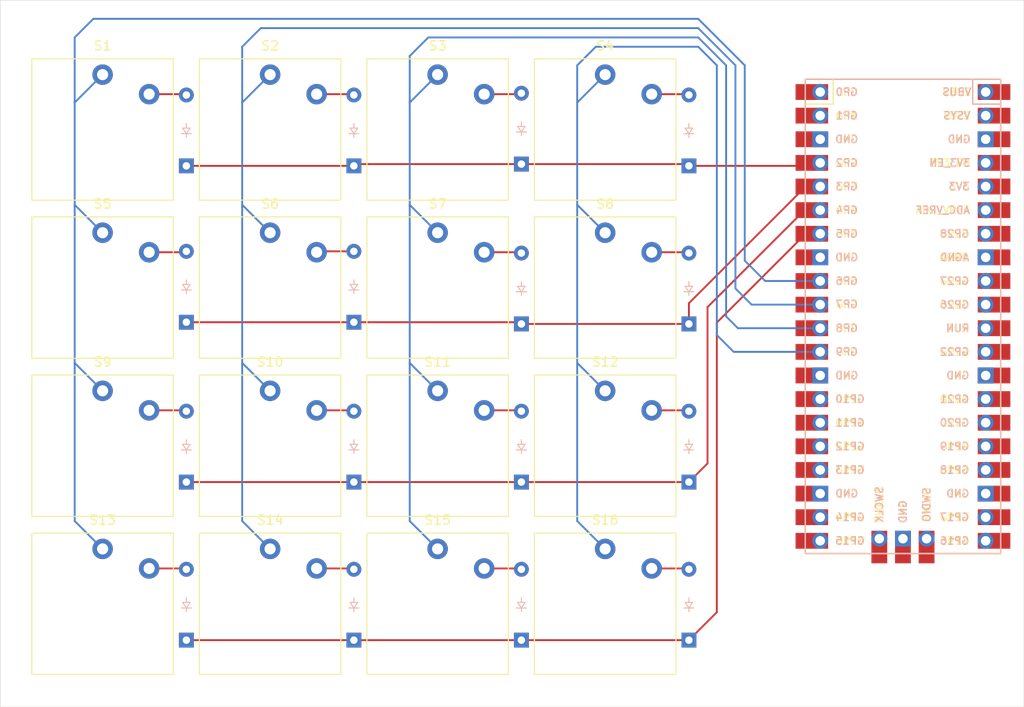
<source format=kicad_pcb>
(kicad_pcb (version 20240108) (generator "pcbnew") (generator_version "8.0")
  (layers (0 "F.Cu" signal) (31 "B.Cu" signal) (34 "B.Paste" user) (35 "F.Paste" user) (36 "B.SilkS" user "B.Silkscreen") (37 "F.SilkS" user "F.Silkscreen") (38 "B.Mask" user) (39 "F.Mask" user) (44 "Edge.Cuts" user))
  (net 0 "")
  (net 1 "Row 0")
  (net 2 "Net-(D1-A)")
  (net 3 "Net-(D2-A)")
  (net 4 "Net-(D3-A)")
  (net 5 "Net-(D4-A)")
  (net 6 "Row 1")
  (net 7 "Net-(D5-A)")
  (net 8 "Net-(D6-A)")
  (net 9 "Net-(D7-A)")
  (net 10 "Net-(D8-A)")
  (net 11 "Net-(D9-A)")
  (net 12 "Row 2")
  (net 13 "Net-(D10-A)")
  (net 14 "Net-(D11-A)")
  (net 15 "Net-(D12-A)")
  (net 16 "Row 3")
  (net 17 "Net-(D13-A)")
  (net 18 "Net-(D14-A)")
  (net 19 "Net-(D15-A)")
  (net 20 "Net-(D16-A)")
  (net 21 "Column 0")
  (net 22 "Column 1")
  (net 23 "Column 2")
  (net 24 "Column 3")
  (footprint "ScottoKeebs_Choc:Choc_V1_1.00u" (layer "F.Cu") (at 87 48.9)
    (property "Reference" "S2" (at 0 -9 0) (layer "F.SilkS"))
    (property "Value" "Keyswitch")
    (pad "" np_thru_hole circle (at -5.5 0) (size 1.9 1.9) (drill 1.9) (layers "*.Cu" "*.Mask"))
    (pad "" np_thru_hole circle (at 0 0) (size 3.45 3.45) (drill 3.45) (layers "*.Cu" "*.Mask"))
    (pad "" np_thru_hole circle (at 5.5 0) (size 1.9 1.9) (drill 1.9) (layers "*.Cu" "*.Mask"))
    (pad "1" thru_hole circle (at 0 -5.9) (size 2.2 2.2) (drill 1.2) (layers "*.Cu" "*.Mask") (net 22 "Column 1"))
    (pad "2" thru_hole circle (at 5 -3.8) (size 2.2 2.2) (drill 1.2) (layers "*.Cu" "*.Mask") (net 3 "Net-(D2-A)"))
  )
  (footprint "ScottoKeebs_Choc:Choc_V1_1.00u" (layer "F.Cu") (at 105 48.9)
    (property "Reference" "S3" (at 0 -9 0) (layer "F.SilkS"))
    (property "Value" "Keyswitch")
    (pad "" np_thru_hole circle (at -5.5 0) (size 1.9 1.9) (drill 1.9) (layers "*.Cu" "*.Mask"))
    (pad "" np_thru_hole circle (at 0 0) (size 3.45 3.45) (drill 3.45) (layers "*.Cu" "*.Mask"))
    (pad "" np_thru_hole circle (at 5.5 0) (size 1.9 1.9) (drill 1.9) (layers "*.Cu" "*.Mask"))
    (pad "1" thru_hole circle (at 0 -5.9) (size 2.2 2.2) (drill 1.2) (layers "*.Cu" "*.Mask") (net 23 "Column 2"))
    (pad "2" thru_hole circle (at 5 -3.8) (size 2.2 2.2) (drill 1.2) (layers "*.Cu" "*.Mask") (net 4 "Net-(D3-A)"))
  )
  (footprint "ScottoKeebs_Choc:Choc_V1_1.00u" (layer "F.Cu") (at 123 82.9)
    (property "Reference" "S12" (at 0 -9 0) (layer "F.SilkS"))
    (property "Value" "Keyswitch")
    (pad "" np_thru_hole circle (at -5.5 0) (size 1.9 1.9) (drill 1.9) (layers "*.Cu" "*.Mask"))
    (pad "" np_thru_hole circle (at 0 0) (size 3.45 3.45) (drill 3.45) (layers "*.Cu" "*.Mask"))
    (pad "" np_thru_hole circle (at 5.5 0) (size 1.9 1.9) (drill 1.9) (layers "*.Cu" "*.Mask"))
    (pad "1" thru_hole circle (at 0 -5.9) (size 2.2 2.2) (drill 1.2) (layers "*.Cu" "*.Mask") (net 24 "Column 3"))
    (pad "2" thru_hole circle (at 5 -3.8) (size 2.2 2.2) (drill 1.2) (layers "*.Cu" "*.Mask") (net 15 "Net-(D12-A)"))
  )
  (footprint "ScottoKeebs_Choc:Choc_V1_1.00u" (layer "F.Cu") (at 87 99.9)
    (property "Reference" "S14" (at 0 -9 360) (layer "F.SilkS"))
    (property "Value" "Keyswitch")
    (pad "" np_thru_hole circle (at -5.5 0) (size 1.9 1.9) (drill 1.9) (layers "*.Cu" "*.Mask"))
    (pad "" np_thru_hole circle (at 0 0) (size 3.45 3.45) (drill 3.45) (layers "*.Cu" "*.Mask"))
    (pad "" np_thru_hole circle (at 5.5 0) (size 1.9 1.9) (drill 1.9) (layers "*.Cu" "*.Mask"))
    (pad "1" thru_hole circle (at 0 -5.9) (size 2.2 2.2) (drill 1.2) (layers "*.Cu" "*.Mask") (net 22 "Column 1"))
    (pad "2" thru_hole circle (at 5 -3.8) (size 2.2 2.2) (drill 1.2) (layers "*.Cu" "*.Mask") (net 18 "Net-(D14-A)"))
  )
  (footprint "ScottoKeebs_Choc:Choc_V1_1.00u" (layer "F.Cu") (at 105 99.9)
    (property "Reference" "S15" (at 0 -9 0) (layer "F.SilkS"))
    (property "Value" "Keyswitch")
    (pad "" np_thru_hole circle (at -5.5 0) (size 1.9 1.9) (drill 1.9) (layers "*.Cu" "*.Mask"))
    (pad "" np_thru_hole circle (at 0 0) (size 3.45 3.45) (drill 3.45) (layers "*.Cu" "*.Mask"))
    (pad "" np_thru_hole circle (at 5.5 0) (size 1.9 1.9) (drill 1.9) (layers "*.Cu" "*.Mask"))
    (pad "1" thru_hole circle (at 0 -5.9) (size 2.2 2.2) (drill 1.2) (layers "*.Cu" "*.Mask") (net 23 "Column 2"))
    (pad "2" thru_hole circle (at 5 -3.8) (size 2.2 2.2) (drill 1.2) (layers "*.Cu" "*.Mask") (net 19 "Net-(D15-A)"))
  )
  (footprint "ScottoKeebs_Choc:Choc_V1_1.00u" (layer "F.Cu") (at 87 65.9)
    (property "Reference" "S6" (at 0 -9 0) (layer "F.SilkS"))
    (property "Value" "Keyswitch")
    (pad "" np_thru_hole circle (at -5.5 0) (size 1.9 1.9) (drill 1.9) (layers "*.Cu" "*.Mask"))
    (pad "" np_thru_hole circle (at 0 0) (size 3.45 3.45) (drill 3.45) (layers "*.Cu" "*.Mask"))
    (pad "" np_thru_hole circle (at 5.5 0) (size 1.9 1.9) (drill 1.9) (layers "*.Cu" "*.Mask"))
    (pad "1" thru_hole circle (at 0 -5.9) (size 2.2 2.2) (drill 1.2) (layers "*.Cu" "*.Mask") (net 22 "Column 1"))
    (pad "2" thru_hole circle (at 5 -3.8) (size 2.2 2.2) (drill 1.2) (layers "*.Cu" "*.Mask") (net 8 "Net-(D6-A)"))
  )
  (footprint "ScottoKeebs_Choc:Choc_V1_1.00u" (layer "F.Cu") (at 123 48.9)
    (property "Reference" "S4" (at 0 -9 0) (layer "F.SilkS"))
    (property "Value" "Keyswitch")
    (pad "" np_thru_hole circle (at -5.5 0) (size 1.9 1.9) (drill 1.9) (layers "*.Cu" "*.Mask"))
    (pad "" np_thru_hole circle (at 0 0) (size 3.45 3.45) (drill 3.45) (layers "*.Cu" "*.Mask"))
    (pad "" np_thru_hole circle (at 5.5 0) (size 1.9 1.9) (drill 1.9) (layers "*.Cu" "*.Mask"))
    (pad "1" thru_hole circle (at 0 -5.9) (size 2.2 2.2) (drill 1.2) (layers "*.Cu" "*.Mask") (net 24 "Column 3"))
    (pad "2" thru_hole circle (at 5 -3.8) (size 2.2 2.2) (drill 1.2) (layers "*.Cu" "*.Mask") (net 5 "Net-(D4-A)"))
  )
  (footprint "ScottoKeebs_Choc:Choc_V1_1.00u" (layer "F.Cu") (at 69 48.9)
    (property "Reference" "S1" (at 0 -9 0) (layer "F.SilkS"))
    (property "Value" "Keyswitch")
    (pad "" np_thru_hole circle (at -5.5 0) (size 1.9 1.9) (drill 1.9) (layers "*.Cu" "*.Mask"))
    (pad "" np_thru_hole circle (at 0 0) (size 3.45 3.45) (drill 3.45) (layers "*.Cu" "*.Mask"))
    (pad "" np_thru_hole circle (at 5.5 0) (size 1.9 1.9) (drill 1.9) (layers "*.Cu" "*.Mask"))
    (pad "1" thru_hole circle (at 0 -5.9) (size 2.2 2.2) (drill 1.2) (layers "*.Cu" "*.Mask") (net 21 "Column 0"))
    (pad "2" thru_hole circle (at 5 -3.8) (size 2.2 2.2) (drill 1.2) (layers "*.Cu" "*.Mask") (net 2 "Net-(D1-A)"))
  )
  (footprint "ScottoKeebs_Choc:Choc_V1_1.00u" (layer "F.Cu") (at 123 99.9)
    (property "Reference" "S16" (at 0 -9 0) (layer "F.SilkS"))
    (property "Value" "Keyswitch")
    (pad "" np_thru_hole circle (at -5.5 0) (size 1.9 1.9) (drill 1.9) (layers "*.Cu" "*.Mask"))
    (pad "" np_thru_hole circle (at 0 0) (size 3.45 3.45) (drill 3.45) (layers "*.Cu" "*.Mask"))
    (pad "" np_thru_hole circle (at 5.5 0) (size 1.9 1.9) (drill 1.9) (layers "*.Cu" "*.Mask"))
    (pad "1" thru_hole circle (at 0 -5.9) (size 2.2 2.2) (drill 1.2) (layers "*.Cu" "*.Mask") (net 24 "Column 3"))
    (pad "2" thru_hole circle (at 5 -3.8) (size 2.2 2.2) (drill 1.2) (layers "*.Cu" "*.Mask") (net 20 "Net-(D16-A)"))
  )
  (footprint "ScottoKeebs_Choc:Choc_V1_1.00u" (layer "F.Cu") (at 87 82.9)
    (property "Reference" "S10" (at 0 -9 0) (layer "F.SilkS"))
    (property "Value" "Keyswitch")
    (pad "" np_thru_hole circle (at -5.5 0) (size 1.9 1.9) (drill 1.9) (layers "*.Cu" "*.Mask"))
    (pad "" np_thru_hole circle (at 0 0) (size 3.45 3.45) (drill 3.45) (layers "*.Cu" "*.Mask"))
    (pad "" np_thru_hole circle (at 5.5 0) (size 1.9 1.9) (drill 1.9) (layers "*.Cu" "*.Mask"))
    (pad "1" thru_hole circle (at 0 -5.9) (size 2.2 2.2) (drill 1.2) (layers "*.Cu" "*.Mask") (net 22 "Column 1"))
    (pad "2" thru_hole circle (at 5 -3.8) (size 2.2 2.2) (drill 1.2) (layers "*.Cu" "*.Mask") (net 13 "Net-(D10-A)"))
  )
  (footprint "ScottoKeebs_Choc:Choc_V1_1.00u" (layer "F.Cu") (at 105 65.9)
    (property "Reference" "S7" (at 0 -9 0) (layer "F.SilkS"))
    (property "Value" "Keyswitch")
    (pad "" np_thru_hole circle (at -5.5 0) (size 1.9 1.9) (drill 1.9) (layers "*.Cu" "*.Mask"))
    (pad "" np_thru_hole circle (at 0 0) (size 3.45 3.45) (drill 3.45) (layers "*.Cu" "*.Mask"))
    (pad "" np_thru_hole circle (at 5.5 0) (size 1.9 1.9) (drill 1.9) (layers "*.Cu" "*.Mask"))
    (pad "1" thru_hole circle (at 0 -5.9) (size 2.2 2.2) (drill 1.2) (layers "*.Cu" "*.Mask") (net 23 "Column 2"))
    (pad "2" thru_hole circle (at 5 -3.8) (size 2.2 2.2) (drill 1.2) (layers "*.Cu" "*.Mask") (net 9 "Net-(D7-A)"))
  )
  (footprint "ScottoKeebs_MCU:Raspberry_Pi_Pico" (layer "F.Cu") (at 155 69)
    (property "Reference" "U1" (hide yes))
    (property "Value" "Raspberry_Pi_Pico" (hide yes))
    (fp_text user "GND" (at 6.04 -19.05 0) (layer "B.SilkS") (effects (font (size 0.8 0.8)) (justify mirror)))
    (fp_text user "GP10" (at -5.69 8.89 0) (layer "B.SilkS") (effects (font (size 0.8 0.8)) (justify mirror)))
    (fp_text user "3V3_EN" (at 5.04 -16.51 0) (layer "B.SilkS") (effects (font (size 0.8 0.8)) (justify mirror)))
    (fp_text user "GND" (at 5.89 6.35 0) (layer "B.SilkS") (effects (font (size 0.8 0.8)) (justify mirror)))
    (fp_text user "GND" (at -6.04 6.35 0) (layer "B.SilkS") (effects (font (size 0.8 0.8)) (justify mirror)))
    (fp_text user "GP21" (at 5.54 8.9 0) (layer "B.SilkS") (effects (font (size 0.8 0.8)) (justify mirror)))
    (fp_text user "GP11" (at -5.69 11.43 0) (layer "B.SilkS") (effects (font (size 0.8 0.8)) (justify mirror)))
    (fp_text user "GP17" (at 5.54 21.59 0) (layer "B.SilkS") (effects (font (size 0.8 0.8)) (justify mirror)))
    (fp_text user "GP8" (at -6.04 1.27 0) (layer "B.SilkS") (effects (font (size 0.8 0.8)) (justify mirror)))
    (fp_text user "GP3" (at -6.04 -13.97 0) (layer "B.SilkS") (effects (font (size 0.8 0.8)) (justify mirror)))
    (fp_text user "GP28" (at 5.54 -8.89 0) (layer "B.SilkS") (effects (font (size 0.8 0.8)) (justify mirror)))
    (fp_text user "VBUS" (at 5.79 -24.13 0) (layer "B.SilkS") (effects (font (size 0.8 0.8)) (justify mirror)))
    (fp_text user "GP15" (at -5.69 24.13 0) (layer "B.SilkS") (effects (font (size 0.8 0.8)) (justify mirror)))
    (fp_text user "GP14" (at -5.69 21.59 0) (layer "B.SilkS") (effects (font (size 0.8 0.8)) (justify mirror)))
    (fp_text user "GP13" (at -5.69 16.51 0) (layer "B.SilkS") (effects (font (size 0.8 0.8)) (justify mirror)))
    (fp_text user "GP16" (at 5.54 24.13 0) (layer "B.SilkS") (effects (font (size 0.8 0.8)) (justify mirror)))
    (fp_text user "GP12" (at -5.69 13.97 0) (layer "B.SilkS") (effects (font (size 0.8 0.8)) (justify mirror)))
    (fp_text user "GP1" (at -6.04 -21.6 0) (layer "B.SilkS") (effects (font (size 0.8 0.8)) (justify mirror)))
    (fp_text user "RUN" (at 5.89 1.27 0) (layer "B.SilkS") (effects (font (size 0.8 0.8)) (justify mirror)))
    (fp_text user "SWCLK" (at -2.54 20.25 -90) (layer "B.SilkS") (effects (font (size 0.8 0.8)) (justify mirror)))
    (fp_text user "GND" (at -6.04 -19.05 0) (layer "B.SilkS") (effects (font (size 0.8 0.8)) (justify mirror)))
    (fp_text user "GP5" (at -6.04 -8.89 0) (layer "B.SilkS") (effects (font (size 0.8 0.8)) (justify mirror)))
    (fp_text user "GP20" (at 5.54 11.43 0) (layer "B.SilkS") (effects (font (size 0.8 0.8)) (justify mirror)))
    (fp_text user "GP7" (at -6.04 -1.3 0) (layer "B.SilkS") (effects (font (size 0.8 0.8)) (justify mirror)))
    (fp_text user "AGND" (at 5.54 -6.35 0) (layer "B.SilkS") (effects (font (size 0.8 0.8)) (justify mirror)))
    (fp_text user "GP26" (at 5.54 -1.27 0) (layer "B.SilkS") (effects (font (size 0.8 0.8)) (justify mirror)))
    (fp_text user "ADC_VREF" (at 4.29 -11.43 0) (layer "B.SilkS") (effects (font (size 0.8 0.8)) (justify mirror)))
    (fp_text user "GND" (at -6.04 19.05 0) (layer "B.SilkS") (effects (font (size 0.8 0.8)) (justify mirror)))
    (fp_text user "3V3" (at 6.04 -13.97 0) (layer "B.SilkS") (effects (font (size 0.8 0.8)) (justify mirror)))
    (fp_text user "GP2" (at -6.04 -16.51 0) (layer "B.SilkS") (effects (font (size 0.8 0.8)) (justify mirror)))
    (fp_text user "SWDIO" (at 2.54 20.25 -90) (layer "B.SilkS") (effects (font (size 0.8 0.8)) (justify mirror)))
    (fp_text user "GND" (at -6.04 -6.35 0) (layer "B.SilkS") (effects (font (size 0.8 0.8)) (justify mirror)))
    (fp_text user "GP22" (at 5.54 3.81 0) (layer "B.SilkS") (effects (font (size 0.8 0.8)) (justify mirror)))
    (fp_text user "VSYS" (at 5.79 -21.59 0) (layer "B.SilkS") (effects (font (size 0.8 0.8)) (justify mirror)))
    (fp_text user "GP4" (at -6.04 -11.43 0) (layer "B.SilkS") (effects (font (size 0.8 0.8)) (justify mirror)))
    (fp_text user "GP9" (at -6.04 3.81 0) (layer "B.SilkS") (effects (font (size 0.8 0.8)) (justify mirror)))
    (fp_text user "GND" (at 5.89 19.05 0) (layer "B.SilkS") (effects (font (size 0.8 0.8)) (justify mirror)))
    (fp_text user "GP6" (at -6.04 -3.81 0) (layer "B.SilkS") (effects (font (size 0.8 0.8)) (justify mirror)))
    (fp_text user "GP19" (at 5.54 13.97 0) (layer "B.SilkS") (effects (font (size 0.8 0.8)) (justify mirror)))
    (fp_text user "GP18" (at 5.54 16.51 0) (layer "B.SilkS") (effects (font (size 0.8 0.8)) (justify mirror)))
    (fp_text user "GND" (at 0 21 -90) (layer "B.SilkS") (effects (font (size 0.8 0.8)) (justify mirror)))
    (fp_text user "GP27" (at 5.54 -3.8 0) (layer "B.SilkS") (effects (font (size 0.8 0.8)) (justify mirror)))
    (fp_text user "GP0" (at -6.04 -24.13 0) (layer "B.SilkS") (effects (font (size 0.8 0.8)) (justify mirror)))
    (fp_text user "GP3" (at -6.04 -13.97 0) (layer "F.SilkS") (effects (font (size 0.8 0.8))))
    (fp_text user "ADC_VREF" (at 4.29 -11.43 0) (layer "F.SilkS") (effects (font (size 0.8 0.8))))
    (fp_text user "GP26" (at 5.54 -1.27 0) (layer "F.SilkS") (effects (font (size 0.8 0.8))))
    (fp_text user "GP10" (at -5.69 8.89 0) (layer "F.SilkS") (effects (font (size 0.8 0.8))))
    (fp_text user "GP0" (at -6.04 -24.13 0) (layer "F.SilkS") (effects (font (size 0.8 0.8))))
    (fp_text user "GP1" (at -6.04 -21.6 0) (layer "F.SilkS") (effects (font (size 0.8 0.8))))
    (fp_text user "GP22" (at 5.54 3.81 0) (layer "F.SilkS") (effects (font (size 0.8 0.8))))
    (fp_text user "VBUS" (at 5.79 -24.13 0) (layer "F.SilkS") (effects (font (size 0.8 0.8))))
    (fp_text user "GP2" (at -6.04 -16.51 0) (layer "F.SilkS") (effects (font (size 0.8 0.8))))
    (fp_text user "GP19" (at 5.54 13.97 0) (layer "F.SilkS") (effects (font (size 0.8 0.8))))
    (fp_text user "GP15" (at -5.69 24.13 0) (layer "F.SilkS") (effects (font (size 0.8 0.8))))
    (fp_text user "GP16" (at 5.54 24.13 0) (layer "F.SilkS") (effects (font (size 0.8 0.8))))
    (fp_text user "3V3" (at 6.04 -13.97 0) (layer "F.SilkS") (effects (font (size 0.8 0.8))))
    (fp_text user "GP7" (at -6.04 -1.3 0) (layer "F.SilkS") (effects (font (size 0.8 0.8))))
    (fp_text user "GP17" (at 5.54 21.59 0) (layer "F.SilkS") (effects (font (size 0.8 0.8))))
    (fp_text user "GND" (at 6.04 -19.05 0) (layer "F.SilkS") (effects (font (size 0.8 0.8))))
    (fp_text user "VSYS" (at 5.79 -21.59 0) (layer "F.SilkS") (effects (font (size 0.8 0.8))))
    (fp_text user "GP12" (at -5.69 13.97 0) (layer "F.SilkS") (effects (font (size 0.8 0.8))))
    (fp_text user "GP13" (at -5.69 16.51 0) (layer "F.SilkS") (effects (font (size 0.8 0.8))))
    (fp_text user "GP27" (at 5.54 -3.8 0) (layer "F.SilkS") (effects (font (size 0.8 0.8))))
    (fp_text user "GP6" (at -6.04 -3.81 0) (layer "F.SilkS") (effects (font (size 0.8 0.8))))
    (fp_text user "GP8" (at -6.04 1.27 0) (layer "F.SilkS") (effects (font (size 0.8 0.8))))
    (fp_text user "GP5" (at -6.04 -8.89 0) (layer "F.SilkS") (effects (font (size 0.8 0.8))))
    (fp_text user "GP4" (at -6.04 -11.43 0) (layer "F.SilkS") (effects (font (size 0.8 0.8))))
    (fp_text user "3V3_EN" (at 5.04 -16.51 0) (layer "F.SilkS") (effects (font (size 0.8 0.8))))
    (fp_text user "GP21" (at 5.54 8.9 0) (layer "F.SilkS") (effects (font (size 0.8 0.8))))
    (fp_text user "SWCLK" (at -2.54 20.25 90) (layer "F.SilkS") (effects (font (size 0.8 0.8))))
    (fp_text user "GP28" (at 5.54 -8.89 0) (layer "F.SilkS") (effects (font (size 0.8 0.8))))
    (fp_text user "GND" (at -6.04 19.05 0) (layer "F.SilkS") (effects (font (size 0.8 0.8))))
    (fp_text user "AGND" (at 5.54 -6.35 0) (layer "F.SilkS") (effects (font (size 0.8 0.8))))
    (fp_text user "GP14" (at -5.69 21.59 0) (layer "F.SilkS") (effects (font (size 0.8 0.8))))
    (fp_text user "SWDIO" (at 2.54 20.25 90) (layer "F.SilkS") (effects (font (size 0.8 0.8))))
    (fp_text user "GND" (at 0 21 90) (layer "F.SilkS") (effects (font (size 0.8 0.8))))
    (fp_text user "GND" (at -6.04 -6.35 0) (layer "F.SilkS") (effects (font (size 0.8 0.8))))
    (fp_text user "GND" (at -6.04 6.35 0) (layer "F.SilkS") (effects (font (size 0.8 0.8))))
    (fp_text user "GP20" (at 5.54 11.43 0) (layer "F.SilkS") (effects (font (size 0.8 0.8))))
    (fp_text user "GND" (at 5.89 6.35 0) (layer "F.SilkS") (effects (font (size 0.8 0.8))))
    (fp_text user "RUN" (at 5.89 1.27 0) (layer "F.SilkS") (effects (font (size 0.8 0.8))))
    (fp_text user "GND" (at -6.04 -19.05 0) (layer "F.SilkS") (effects (font (size 0.8 0.8))))
    (fp_text user "GP9" (at -6.04 3.81 0) (layer "F.SilkS") (effects (font (size 0.8 0.8))))
    (fp_text user "GP18" (at 5.54 16.51 0) (layer "F.SilkS") (effects (font (size 0.8 0.8))))
    (fp_text user "GP11" (at -5.69 11.43 0) (layer "F.SilkS") (effects (font (size 0.8 0.8))))
    (fp_text user "GND" (at 5.89 19.05 0) (layer "F.SilkS") (effects (font (size 0.8 0.8))))
    (pad "1" thru_hole oval (at -8.89 -24.13) (size 1.7 1.7) (drill 1.02) (layers "*.Cu" "*.Mask"))
    (pad "1" smd rect (at -8.89 -24.13) (size 3.5 1.7) (drill (offset -0.9 0)) (layers "F.Cu" "F.Mask"))
    (pad "2" thru_hole oval (at -8.89 -21.59) (size 1.7 1.7) (drill 1.02) (layers "*.Cu" "*.Mask"))
    (pad "2" smd rect (at -8.89 -21.59) (size 3.5 1.7) (drill (offset -0.9 0)) (layers "F.Cu" "F.Mask"))
    (pad "3" thru_hole rect (at -8.89 -19.05) (size 1.7 1.7) (drill 1.02) (layers "*.Cu" "*.Mask"))
    (pad "3" smd rect (at -8.89 -19.05) (size 3.5 1.7) (drill (offset -0.9 0)) (layers "F.Cu" "F.Mask"))
    (pad "4" thru_hole oval (at -8.89 -16.51) (size 1.7 1.7) (drill 1.02) (layers "*.Cu" "*.Mask") (net 1 "Row 0"))
    (pad "4" smd rect (at -8.89 -16.51) (size 3.5 1.7) (drill (offset -0.9 0)) (layers "F.Cu" "F.Mask") (net 1 "Row 0"))
    (pad "5" thru_hole oval (at -8.89 -13.97) (size 1.7 1.7) (drill 1.02) (layers "*.Cu" "*.Mask") (net 6 "Row 1"))
    (pad "5" smd rect (at -8.89 -13.97) (size 3.5 1.7) (drill (offset -0.9 0)) (layers "F.Cu" "F.Mask") (net 6 "Row 1"))
    (pad "6" thru_hole oval (at -8.89 -11.43) (size 1.7 1.7) (drill 1.02) (layers "*.Cu" "*.Mask") (net 12 "Row 2"))
    (pad "6" smd rect (at -8.89 -11.43) (size 3.5 1.7) (drill (offset -0.9 0)) (layers "F.Cu" "F.Mask") (net 12 "Row 2"))
    (pad "7" thru_hole oval (at -8.89 -8.89) (size 1.7 1.7) (drill 1.02) (layers "*.Cu" "*.Mask") (net 16 "Row 3"))
    (pad "7" smd rect (at -8.89 -8.89) (size 3.5 1.7) (drill (offset -0.9 0)) (layers "F.Cu" "F.Mask") (net 16 "Row 3"))
    (pad "8" thru_hole rect (at -8.89 -6.35) (size 1.7 1.7) (drill 1.02) (layers "*.Cu" "*.Mask"))
    (pad "8" smd rect (at -8.89 -6.35) (size 3.5 1.7) (drill (offset -0.9 0)) (layers "F.Cu" "F.Mask"))
    (pad "9" thru_hole oval (at -8.89 -3.81) (size 1.7 1.7) (drill 1.02) (layers "*.Cu" "*.Mask") (net 21 "Column 0"))
    (pad "9" smd rect (at -8.89 -3.81) (size 3.5 1.7) (drill (offset -0.9 0)) (layers "F.Cu" "F.Mask") (net 21 "Column 0"))
    (pad "10" thru_hole oval (at -8.89 -1.27) (size 1.7 1.7) (drill 1.02) (layers "*.Cu" "*.Mask") (net 22 "Column 1"))
    (pad "10" smd rect (at -8.89 -1.27) (size 3.5 1.7) (drill (offset -0.9 0)) (layers "F.Cu" "F.Mask") (net 22 "Column 1"))
    (pad "11" thru_hole oval (at -8.89 1.27) (size 1.7 1.7) (drill 1.02) (layers "*.Cu" "*.Mask") (net 23 "Column 2"))
    (pad "11" smd rect (at -8.89 1.27) (size 3.5 1.7) (drill (offset -0.9 0)) (layers "F.Cu" "F.Mask") (net 23 "Column 2"))
    (pad "12" thru_hole oval (at -8.89 3.81) (size 1.7 1.7) (drill 1.02) (layers "*.Cu" "*.Mask") (net 24 "Column 3"))
    (pad "12" smd rect (at -8.89 3.81) (size 3.5 1.7) (drill (offset -0.9 0)) (layers "F.Cu" "F.Mask") (net 24 "Column 3"))
    (pad "13" thru_hole rect (at -8.89 6.35) (size 1.7 1.7) (drill 1.02) (layers "*.Cu" "*.Mask"))
    (pad "13" smd rect (at -8.89 6.35) (size 3.5 1.7) (drill (offset -0.9 0)) (layers "F.Cu" "F.Mask"))
    (pad "14" thru_hole oval (at -8.89 8.89) (size 1.7 1.7) (drill 1.02) (layers "*.Cu" "*.Mask"))
    (pad "14" smd rect (at -8.89 8.89) (size 3.5 1.7) (drill (offset -0.9 0)) (layers "F.Cu" "F.Mask"))
    (pad "15" thru_hole oval (at -8.89 11.43) (size 1.7 1.7) (drill 1.02) (layers "*.Cu" "*.Mask"))
    (pad "15" smd rect (at -8.89 11.43) (size 3.5 1.7) (drill (offset -0.9 0)) (layers "F.Cu" "F.Mask"))
    (pad "16" thru_hole oval (at -8.89 13.97) (size 1.7 1.7) (drill 1.02) (layers "*.Cu" "*.Mask"))
    (pad "16" smd rect (at -8.89 13.97) (size 3.5 1.7) (drill (offset -0.9 0)) (layers "F.Cu" "F.Mask"))
    (pad "17" thru_hole oval (at -8.89 16.51) (size 1.7 1.7) (drill 1.02) (layers "*.Cu" "*.Mask"))
    (pad "17" smd rect (at -8.89 16.51) (size 3.5 1.7) (drill (offset -0.9 0)) (layers "F.Cu" "F.Mask"))
    (pad "18" thru_hole rect (at -8.89 19.05) (size 1.7 1.7) (drill 1.02) (layers "*.Cu" "*.Mask"))
    (pad "18" smd rect (at -8.89 19.05) (size 3.5 1.7) (drill (offset -0.9 0)) (layers "F.Cu" "F.Mask"))
    (pad "19" thru_hole oval (at -8.89 21.59) (size 1.7 1.7) (drill 1.02) (layers "*.Cu" "*.Mask"))
    (pad "19" smd rect (at -8.89 21.59) (size 3.5 1.7) (drill (offset -0.9 0)) (layers "F.Cu" "F.Mask"))
    (pad "20" thru_hole oval (at -8.89 24.13) (size 1.7 1.7) (drill 1.02) (layers "*.Cu" "*.Mask"))
    (pad "20" smd rect (at -8.89 24.13) (size 3.5 1.7) (drill (offset -0.9 0)) (layers "F.Cu" "F.Mask"))
    (pad "21" thru_hole oval (at 8.89 24.13) (size 1.7 1.7) (drill 1.02) (layers "*.Cu" "*.Mask"))
    (pad "21" smd rect (at 8.89 24.13) (size 3.5 1.7) (drill (offset 0.9 0)) (layers "F.Cu" "F.Mask"))
    (pad "22" thru_hole oval (at 8.89 21.59) (size 1.7 1.7) (drill 1.02) (layers "*.Cu" "*.Mask"))
    (pad "22" smd rect (at 8.89 21.59) (size 3.5 1.7) (drill (offset 0.9 0)) (layers "F.Cu" "F.Mask"))
    (pad "23" thru_hole rect (at 8.89 19.05) (size 1.7 1.7) (drill 1.02) (layers "*.Cu" "*.Mask"))
    (pad "23" smd rect (at 8.89 19.05) (size 3.5 1.7) (drill (offset 0.9 0)) (layers "F.Cu" "F.Mask"))
    (pad "24" thru_hole oval (at 8.89 16.51) (size 1.7 1.7) (drill 1.02) (layers "*.Cu" "*.Mask"))
    (pad "24" smd rect (at 8.89 16.51) (size 3.5 1.7) (drill (offset 0.9 0)) (layers "F.Cu" "F.Mask"))
    (pad "25" thru_hole oval (at 8.89 13.97) (size 1.7 1.7) (drill 1.02) (layers "*.Cu" "*.Mask"))
    (pad "25" smd rect (at 8.89 13.97) (size 3.5 1.7) (drill (offset 0.9 0)) (layers "F.Cu" "F.Mask"))
    (pad "26" thru_hole oval (at 8.89 11.43) (size 1.7 1.7) (drill 1.02) (layers "*.Cu" "*.Mask"))
    (pad "26" smd rect (at 8.89 11.43) (size 3.5 1.7) (drill (offset 0.9 0)) (layers "F.Cu" "F.Mask"))
    (pad "27" thru_hole oval (at 8.89 8.89) (size 1.7 1.7) (drill 1.02) (layers "*.Cu" "*.Mask"))
    (pad "27" smd rect (at 8.89 8.89) (size 3.5 1.7) (drill (offset 0.9 0)) (layers "F.Cu" "F.Mask"))
    (pad "28" thru_hole rect (at 8.89 6.35) (size 1.7 1.7) (drill 1.02) (layers "*.Cu" "*.Mask"))
    (pad "28" smd rect (at 8.89 6.35) (size 3.5 1.7) (drill (offset 0.9 0)) (layers "F.Cu" "F.Mask"))
    (pad "29" thru_hole oval (at 8.89 3.81) (size 1.7 1.7) (drill 1.02) (layers "*.Cu" "*.Mask"))
    (pad "29" smd rect (at 8.89 3.81) (size 3.5 1.7) (drill (offset 0.9 0)) (layers "F.Cu" "F.Mask"))
    (pad "30" thru_hole oval (at 8.89 1.27) (size 1.7 1.7) (drill 1.02) (layers "*.Cu" "*.Mask"))
    (pad "30" smd rect (at 8.89 1.27) (size 3.5 1.7) (drill (offset 0.9 0)) (layers "F.Cu" "F.Mask"))
    (pad "31" thru_hole oval (at 8.89 -1.27) (size 1.7 1.7) (drill 1.02) (layers "*.Cu" "*.Mask"))
    (pad "31" smd rect (at 8.89 -1.27) (size 3.5 1.7) (drill (offset 0.9 0)) (layers "F.Cu" "F.Mask"))
    (pad "32" thru_hole oval (at 8.89 -3.81) (size 1.7 1.7) (drill 1.02) (layers "*.Cu" "*.Mask"))
    (pad "32" smd rect (at 8.89 -3.81) (size 3.5 1.7) (drill (offset 0.9 0)) (layers "F.Cu" "F.Mask"))
    (pad "33" thru_hole rect (at 8.89 -6.35) (size 1.7 1.7) (drill 1.02) (layers "*.Cu" "*.Mask"))
    (pad "33" smd rect (at 8.89 -6.35) (size 3.5 1.7) (drill (offset 0.9 0)) (layers "F.Cu" "F.Mask"))
    (pad "34" thru_hole oval (at 8.89 -8.89) (size 1.7 1.7) (drill 1.02) (layers "*.Cu" "*.Mask"))
    (pad "34" smd rect (at 8.89 -8.89) (size 3.5 1.7) (drill (offset 0.9 0)) (layers "F.Cu" "F.Mask"))
    (pad "35" thru_hole oval (at 8.89 -11.43) (size 1.7 1.7) (drill 1.02) (layers "*.Cu" "*.Mask"))
    (pad "35" smd rect (at 8.89 -11.43) (size 3.5 1.7) (drill (offset 0.9 0)) (layers "F.Cu" "F.Mask"))
    (pad "36" thru_hole oval (at 8.89 -13.97) (size 1.7 1.7) (drill 1.02) (layers "*.Cu" "*.Mask"))
    (pad "36" smd rect (at 8.89 -13.97) (size 3.5 1.7) (drill (offset 0.9 0)) (layers "F.Cu" "F.Mask"))
    (pad "37" thru_hole oval (at 8.89 -16.51) (size 1.7 1.7) (drill 1.02) (layers "*.Cu" "*.Mask"))
    (pad "37" smd rect (at 8.89 -16.51) (size 3.5 1.7) (drill (offset 0.9 0)) (layers "F.Cu" "F.Mask"))
    (pad "38" thru_hole rect (at 8.89 -19.05) (size 1.7 1.7) (drill 1.02) (layers "*.Cu" "*.Mask"))
    (pad "38" smd rect (at 8.89 -19.05) (size 3.5 1.7) (drill (offset 0.9 0)) (layers "F.Cu" "F.Mask"))
    (pad "39" thru_hole oval (at 8.89 -21.59) (size 1.7 1.7) (drill 1.02) (layers "*.Cu" "*.Mask"))
    (pad "39" smd rect (at 8.89 -21.59) (size 3.5 1.7) (drill (offset 0.9 0)) (layers "F.Cu" "F.Mask"))
    (pad "40" thru_hole oval (at 8.89 -24.13) (size 1.7 1.7) (drill 1.02) (layers "*.Cu" "*.Mask"))
    (pad "40" smd rect (at 8.89 -24.13) (size 3.5 1.7) (drill (offset 0.9 0)) (layers "F.Cu" "F.Mask"))
    (pad "41" thru_hole oval (at -2.54 23.9) (size 1.7 1.7) (drill 1.02) (layers "*.Cu" "*.Mask"))
    (pad "41" smd rect (at -2.54 23.9 90) (size 3.5 1.7) (drill (offset -0.9 0)) (layers "F.Cu" "F.Mask"))
    (pad "42" thru_hole rect (at 0 23.9) (size 1.7 1.7) (drill 1.02) (layers "*.Cu" "*.Mask"))
    (pad "42" smd rect (at 0 23.9 90) (size 3.5 1.7) (drill (offset -0.9 0)) (layers "F.Cu" "F.Mask"))
    (pad "43" thru_hole oval (at 2.54 23.9) (size 1.7 1.7) (drill 1.02) (layers "*.Cu" "*.Mask"))
    (pad "43" smd rect (at 2.54 23.9 90) (size 3.5 1.7) (drill (offset -0.9 0)) (layers "F.Cu" "F.Mask"))
  )
  (footprint "ScottoKeebs_Choc:Choc_V1_1.00u" (layer "F.Cu") (at 69 99.9)
    (property "Reference" "S13" (at 0 -9 0) (layer "F.SilkS"))
    (property "Value" "Keyswitch")
    (pad "" np_thru_hole circle (at -5.5 0) (size 1.9 1.9) (drill 1.9) (layers "*.Cu" "*.Mask"))
    (pad "" np_thru_hole circle (at 0 0) (size 3.45 3.45) (drill 3.45) (layers "*.Cu" "*.Mask"))
    (pad "" np_thru_hole circle (at 5.5 0) (size 1.9 1.9) (drill 1.9) (layers "*.Cu" "*.Mask"))
    (pad "1" thru_hole circle (at 0 -5.9) (size 2.2 2.2) (drill 1.2) (layers "*.Cu" "*.Mask") (net 21 "Column 0"))
    (pad "2" thru_hole circle (at 5 -3.8) (size 2.2 2.2) (drill 1.2) (layers "*.Cu" "*.Mask") (net 17 "Net-(D13-A)"))
  )
  (footprint "ScottoKeebs_Choc:Choc_V1_1.00u" (layer "F.Cu") (at 123 65.9)
    (property "Reference" "S8" (at 0 -9 0) (layer "F.SilkS"))
    (property "Value" "Keyswitch")
    (pad "" np_thru_hole circle (at -5.5 0) (size 1.9 1.9) (drill 1.9) (layers "*.Cu" "*.Mask"))
    (pad "" np_thru_hole circle (at 0 0) (size 3.45 3.45) (drill 3.45) (layers "*.Cu" "*.Mask"))
    (pad "" np_thru_hole circle (at 5.5 0) (size 1.9 1.9) (drill 1.9) (layers "*.Cu" "*.Mask"))
    (pad "1" thru_hole circle (at 0 -5.9) (size 2.2 2.2) (drill 1.2) (layers "*.Cu" "*.Mask") (net 24 "Column 3"))
    (pad "2" thru_hole circle (at 5 -3.8) (size 2.2 2.2) (drill 1.2) (layers "*.Cu" "*.Mask") (net 10 "Net-(D8-A)"))
  )
  (footprint "ScottoKeebs_Choc:Choc_V1_1.00u" (layer "F.Cu") (at 105 82.9)
    (property "Reference" "S11" (at 0 -9 0) (layer "F.SilkS"))
    (property "Value" "Keyswitch")
    (pad "" np_thru_hole circle (at -5.5 0) (size 1.9 1.9) (drill 1.9) (layers "*.Cu" "*.Mask"))
    (pad "" np_thru_hole circle (at 0 0) (size 3.45 3.45) (drill 3.45) (layers "*.Cu" "*.Mask"))
    (pad "" np_thru_hole circle (at 5.5 0) (size 1.9 1.9) (drill 1.9) (layers "*.Cu" "*.Mask"))
    (pad "1" thru_hole circle (at 0 -5.9) (size 2.2 2.2) (drill 1.2) (layers "*.Cu" "*.Mask") (net 23 "Column 2"))
    (pad "2" thru_hole circle (at 5 -3.8) (size 2.2 2.2) (drill 1.2) (layers "*.Cu" "*.Mask") (net 14 "Net-(D11-A)"))
  )
  (footprint "ScottoKeebs_Choc:Choc_V1_1.00u" (layer "F.Cu") (at 69 65.9)
    (property "Reference" "S5" (at 0 -9 0) (layer "F.SilkS"))
    (property "Value" "Keyswitch")
    (pad "" np_thru_hole circle (at -5.5 0) (size 1.9 1.9) (drill 1.9) (layers "*.Cu" "*.Mask"))
    (pad "" np_thru_hole circle (at 0 0) (size 3.45 3.45) (drill 3.45) (layers "*.Cu" "*.Mask"))
    (pad "" np_thru_hole circle (at 5.5 0) (size 1.9 1.9) (drill 1.9) (layers "*.Cu" "*.Mask"))
    (pad "1" thru_hole circle (at 0 -5.9) (size 2.2 2.2) (drill 1.2) (layers "*.Cu" "*.Mask") (net 21 "Column 0"))
    (pad "2" thru_hole circle (at 5 -3.8) (size 2.2 2.2) (drill 1.2) (layers "*.Cu" "*.Mask") (net 7 "Net-(D5-A)"))
  )
  (footprint "ScottoKeebs_Choc:Choc_V1_1.00u" (layer "F.Cu") (at 69 82.9)
    (property "Reference" "S9" (at 0 -9 0) (layer "F.SilkS"))
    (property "Value" "Keyswitch")
    (pad "" np_thru_hole circle (at -5.5 0) (size 1.9 1.9) (drill 1.9) (layers "*.Cu" "*.Mask"))
    (pad "" np_thru_hole circle (at 0 0) (size 3.45 3.45) (drill 3.45) (layers "*.Cu" "*.Mask"))
    (pad "" np_thru_hole circle (at 5.5 0) (size 1.9 1.9) (drill 1.9) (layers "*.Cu" "*.Mask"))
    (pad "1" thru_hole circle (at 0 -5.9) (size 2.2 2.2) (drill 1.2) (layers "*.Cu" "*.Mask") (net 21 "Column 0"))
    (pad "2" thru_hole circle (at 5 -3.8) (size 2.2 2.2) (drill 1.2) (layers "*.Cu" "*.Mask") (net 11 "Net-(D9-A)"))
  )
  (footprint "ScottoKeebs_Components:Diode_DO-35" (layer "B.Cu") (at 78 86.81 90)
    (property "Reference" "D9" (hide yes))
    (property "Value" "Diode" (hide yes))
    (pad "1" thru_hole rect (at 0 0 90) (size 1.6 1.6) (drill 0.8) (layers "*.Cu" "*.Mask") (net 12 "Row 2"))
    (pad "2" thru_hole oval (at 7.62 0 90) (size 1.6 1.6) (drill 0.8) (layers "*.Cu" "*.Mask") (net 11 "Net-(D9-A)"))
  )
  (footprint "ScottoKeebs_Components:Diode_DO-35" (layer "B.Cu") (at 96 69.62 90)
    (property "Reference" "D6" (hide yes))
    (property "Value" "Diode" (hide yes))
    (pad "1" thru_hole rect (at 0 0 90) (size 1.6 1.6) (drill 0.8) (layers "*.Cu" "*.Mask") (net 6 "Row 1"))
    (pad "2" thru_hole oval (at 7.62 0 90) (size 1.6 1.6) (drill 0.8) (layers "*.Cu" "*.Mask") (net 8 "Net-(D6-A)"))
  )
  (footprint "ScottoKeebs_Components:Diode_DO-35" (layer "B.Cu") (at 96 52.81 90)
    (property "Reference" "D2" (hide yes))
    (property "Value" "Diode" (hide yes))
    (pad "1" thru_hole rect (at 0 0 90) (size 1.6 1.6) (drill 0.8) (layers "*.Cu" "*.Mask") (net 1 "Row 0"))
    (pad "2" thru_hole oval (at 7.62 0 90) (size 1.6 1.6) (drill 0.8) (layers "*.Cu" "*.Mask") (net 3 "Net-(D2-A)"))
  )
  (footprint "ScottoKeebs_Components:Diode_DO-35" (layer "B.Cu") (at 96 103.81 90)
    (property "Reference" "D14" (hide yes))
    (property "Value" "Diode" (hide yes))
    (pad "1" thru_hole rect (at 0 0 90) (size 1.6 1.6) (drill 0.8) (layers "*.Cu" "*.Mask") (net 16 "Row 3"))
    (pad "2" thru_hole oval (at 7.62 0 90) (size 1.6 1.6) (drill 0.8) (layers "*.Cu" "*.Mask") (net 18 "Net-(D14-A)"))
  )
  (footprint "ScottoKeebs_Components:Diode_DO-35" (layer "B.Cu") (at 96 86.81 90)
    (property "Reference" "D10" (hide yes))
    (property "Value" "Diode" (hide yes))
    (pad "1" thru_hole rect (at 0 0 90) (size 1.6 1.6) (drill 0.8) (layers "*.Cu" "*.Mask") (net 12 "Row 2"))
    (pad "2" thru_hole oval (at 7.62 0 90) (size 1.6 1.6) (drill 0.8) (layers "*.Cu" "*.Mask") (net 13 "Net-(D10-A)"))
  )
  (footprint "ScottoKeebs_Components:Diode_DO-35" (layer "B.Cu") (at 114 52.62 90)
    (property "Reference" "D3" (hide yes))
    (property "Value" "Diode" (hide yes))
    (pad "1" thru_hole rect (at 0 0 90) (size 1.6 1.6) (drill 0.8) (layers "*.Cu" "*.Mask") (net 1 "Row 0"))
    (pad "2" thru_hole oval (at 7.62 0 90) (size 1.6 1.6) (drill 0.8) (layers "*.Cu" "*.Mask") (net 4 "Net-(D3-A)"))
  )
  (footprint "ScottoKeebs_Components:Diode_DO-35" (layer "B.Cu") (at 114 86.81 90)
    (property "Reference" "D11" (hide yes))
    (property "Value" "Diode" (hide yes))
    (pad "1" thru_hole rect (at 0 0 90) (size 1.6 1.6) (drill 0.8) (layers "*.Cu" "*.Mask") (net 12 "Row 2"))
    (pad "2" thru_hole oval (at 7.62 0 90) (size 1.6 1.6) (drill 0.8) (layers "*.Cu" "*.Mask") (net 14 "Net-(D11-A)"))
  )
  (footprint "ScottoKeebs_Components:Diode_DO-35" (layer "B.Cu") (at 114 103.81 90)
    (property "Reference" "D15" (hide yes))
    (property "Value" "Diode" (hide yes))
    (pad "1" thru_hole rect (at 0 0 90) (size 1.6 1.6) (drill 0.8) (layers "*.Cu" "*.Mask") (net 16 "Row 3"))
    (pad "2" thru_hole oval (at 7.62 0 90) (size 1.6 1.6) (drill 0.8) (layers "*.Cu" "*.Mask") (net 19 "Net-(D15-A)"))
  )
  (footprint "ScottoKeebs_Components:Diode_DO-35" (layer "B.Cu") (at 78 52.81 90)
    (property "Reference" "D1" (hide yes))
    (property "Value" "Diode" (hide yes))
    (pad "1" thru_hole rect (at 0 0 90) (size 1.6 1.6) (drill 0.8) (layers "*.Cu" "*.Mask") (net 1 "Row 0"))
    (pad "2" thru_hole oval (at 7.62 0 90) (size 1.6 1.6) (drill 0.8) (layers "*.Cu" "*.Mask") (net 2 "Net-(D1-A)"))
  )
  (footprint "ScottoKeebs_Components:Diode_DO-35" (layer "B.Cu") (at 132 103.81 90)
    (property "Reference" "D16" (hide yes))
    (property "Value" "Diode" (hide yes))
    (pad "1" thru_hole rect (at 0 0 90) (size 1.6 1.6) (drill 0.8) (layers "*.Cu" "*.Mask") (net 16 "Row 3"))
    (pad "2" thru_hole oval (at 7.62 0 90) (size 1.6 1.6) (drill 0.8) (layers "*.Cu" "*.Mask") (net 20 "Net-(D16-A)"))
  )
  (footprint "ScottoKeebs_Components:Diode_DO-35" (layer "B.Cu") (at 114 69.81 90)
    (property "Reference" "D7" (hide yes))
    (property "Value" "Diode" (hide yes))
    (pad "1" thru_hole rect (at 0 0 90) (size 1.6 1.6) (drill 0.8) (layers "*.Cu" "*.Mask") (net 6 "Row 1"))
    (pad "2" thru_hole oval (at 7.62 0 90) (size 1.6 1.6) (drill 0.8) (layers "*.Cu" "*.Mask") (net 9 "Net-(D7-A)"))
  )
  (footprint "ScottoKeebs_Components:Diode_DO-35" (layer "B.Cu") (at 132 52.81 90)
    (property "Reference" "D4" (hide yes))
    (property "Value" "Diode" (hide yes))
    (pad "1" thru_hole rect (at 0 0 90) (size 1.6 1.6) (drill 0.8) (layers "*.Cu" "*.Mask") (net 1 "Row 0"))
    (pad "2" thru_hole oval (at 7.62 0 90) (size 1.6 1.6) (drill 0.8) (layers "*.Cu" "*.Mask") (net 5 "Net-(D4-A)"))
  )
  (footprint "ScottoKeebs_Components:Diode_DO-35" (layer "B.Cu") (at 78 103.81 90)
    (property "Reference" "D13" (hide yes))
    (property "Value" "Diode" (hide yes))
    (pad "1" thru_hole rect (at 0 0 90) (size 1.6 1.6) (drill 0.8) (layers "*.Cu" "*.Mask") (net 16 "Row 3"))
    (pad "2" thru_hole oval (at 7.62 0 90) (size 1.6 1.6) (drill 0.8) (layers "*.Cu" "*.Mask") (net 17 "Net-(D13-A)"))
  )
  (footprint "ScottoKeebs_Components:Diode_DO-35" (layer "B.Cu") (at 132 86.81 90)
    (property "Reference" "D12" (hide yes))
    (property "Value" "Diode" (hide yes))
    (pad "1" thru_hole rect (at 0 0 90) (size 1.6 1.6) (drill 0.8) (layers "*.Cu" "*.Mask") (net 12 "Row 2"))
    (pad "2" thru_hole oval (at 7.62 0 90) (size 1.6 1.6) (drill 0.8) (layers "*.Cu" "*.Mask") (net 15 "Net-(D12-A)"))
  )
  (footprint "ScottoKeebs_Components:Diode_DO-35" (layer "B.Cu") (at 132 69.81 90)
    (property "Reference" "D8" (hide yes))
    (property "Value" "Diode" (hide yes))
    (pad "1" thru_hole rect (at 0 0 90) (size 1.6 1.6) (drill 0.8) (layers "*.Cu" "*.Mask") (net 6 "Row 1"))
    (pad "2" thru_hole oval (at 7.62 0 90) (size 1.6 1.6) (drill 0.8) (layers "*.Cu" "*.Mask") (net 10 "Net-(D8-A)"))
  )
  (footprint "ScottoKeebs_Components:Diode_DO-35" (layer "B.Cu") (at 78 69.62 90)
    (property "Reference" "D5" (hide yes))
    (property "Value" "Diode" (hide yes))
    (pad "1" thru_hole rect (at 0 0 90) (size 1.6 1.6) (drill 0.8) (layers "*.Cu" "*.Mask") (net 6 "Row 1"))
    (pad "2" thru_hole oval (at 7.62 0 90) (size 1.6 1.6) (drill 0.8) (layers "*.Cu" "*.Mask") (net 7 "Net-(D5-A)"))
  )
  (gr_rect (start 58 35) (end 168 111) (stroke (width 0.05)) (fill none) (layer "Edge.Cuts"))
  (segment (start 131.81 52.62) (end 132 52.81) (width 0.2) (layer "F.Cu") (net 1))
  (segment (start 145.79 52.81) (end 146.11 52.49) (width 0.2) (layer "F.Cu") (net 1))
  (segment (start 114 52.62) (end 131.81 52.62) (width 0.2) (layer "F.Cu") (net 1))
  (segment (start 78 52.81) (end 96 52.81) (width 0.2) (layer "F.Cu") (net 1))
  (segment (start 114 52.62) (end 96.19 52.62) (width 0.2) (layer "F.Cu") (net 1))
  (segment (start 132 52.81) (end 145.79 52.81) (width 0.2) (layer "F.Cu") (net 1))
  (segment (start 96.19 52.62) (end 96 52.81) (width 0.2) (layer "F.Cu") (net 1))
  (segment (start 77.91 45.1) (end 78 45.19) (width 0.2) (layer "F.Cu") (net 2))
  (segment (start 74 45.1) (end 77.91 45.1) (width 0.2) (layer "F.Cu") (net 2))
  (segment (start 92 45.1) (end 95.91 45.1) (width 0.2) (layer "F.Cu") (net 3))
  (segment (start 95.91 45.1) (end 96 45.19) (width 0.2) (layer "F.Cu") (net 3))
  (segment (start 113.9 45.1) (end 114 45) (width 0.2) (layer "F.Cu") (net 4))
  (segment (start 110 45.1) (end 113.9 45.1) (width 0.2) (layer "F.Cu") (net 4))
  (segment (start 131.91 45.1) (end 132 45.19) (width 0.2) (layer "F.Cu") (net 5))
  (segment (start 128 45.1) (end 131.91 45.1) (width 0.2) (layer "F.Cu") (net 5))
  (segment (start 96 69.62) (end 113.81 69.62) (width 0.2) (layer "F.Cu") (net 6))
  (segment (start 96 69.62) (end 78 69.62) (width 0.2) (layer "F.Cu") (net 6))
  (segment (start 132 69.81) (end 132 67.58) (width 0.2) (layer "F.Cu") (net 6))
  (segment (start 78 69.62) (end 113.81 69.62) (width 0.2) (layer "F.Cu") (net 6))
  (segment (start 132 67.58) (end 144.55 55.03) (width 0.2) (layer "F.Cu") (net 6))
  (segment (start 114 69.81) (end 132 69.81) (width 0.2) (layer "F.Cu") (net 6))
  (segment (start 144.55 55.03) (end 146.11 55.03) (width 0.2) (layer "F.Cu") (net 6))
  (segment (start 113.81 69.62) (end 114 69.81) (width 0.2) (layer "F.Cu") (net 6))
  (segment (start 74 62.1) (end 77.9 62.1) (width 0.2) (layer "F.Cu") (net 7))
  (segment (start 77.9 62.1) (end 78 62) (width 0.2) (layer "F.Cu") (net 7))
  (segment (start 92.1 62) (end 92 62.1) (width 0.2) (layer "F.Cu") (net 8))
  (segment (start 96 62) (end 92.1 62) (width 0.2) (layer "F.Cu") (net 8))
  (segment (start 110 62.1) (end 113.91 62.1) (width 0.2) (layer "F.Cu") (net 9))
  (segment (start 113.91 62.1) (end 114 62.19) (width 0.2) (layer "F.Cu") (net 9))
  (segment (start 131.91 62.1) (end 132 62.19) (width 0.2) (layer "F.Cu") (net 10))
  (segment (start 128 62.1) (end 131.91 62.1) (width 0.2) (layer "F.Cu") (net 10))
  (segment (start 77.91 79.1) (end 78 79.19) (width 0.2) (layer "F.Cu") (net 11))
  (segment (start 74 79.1) (end 77.91 79.1) (width 0.2) (layer "F.Cu") (net 11))
  (segment (start 78 86.81) (end 96 86.81) (width 0.2) (layer "F.Cu") (net 12))
  (segment (start 96 86.81) (end 114 86.81) (width 0.2) (layer "F.Cu") (net 12))
  (segment (start 144.43 57.57) (end 146.11 57.57) (width 0.2) (layer "F.Cu") (net 12))
  (segment (start 114 86.81) (end 132 86.81) (width 0.2) (layer "F.Cu") (net 12))
  (segment (start 134 68) (end 144.43 57.57) (width 0.2) (layer "F.Cu") (net 12))
  (segment (start 132 86.81) (end 134 84.81) (width 0.2) (layer "F.Cu") (net 12))
  (segment (start 134 84.81) (end 134 68) (width 0.2) (layer "F.Cu") (net 12))
  (segment (start 95.91 79.1) (end 96 79.19) (width 0.2) (layer "F.Cu") (net 13))
  (segment (start 92 79.1) (end 95.91 79.1) (width 0.2) (layer "F.Cu") (net 13))
  (segment (start 113.91 79.1) (end 114 79.19) (width 0.2) (layer "F.Cu") (net 14))
  (segment (start 110 79.1) (end 113.91 79.1) (width 0.2) (layer "F.Cu") (net 14))
  (segment (start 131.91 79.1) (end 132 79.19) (width 0.2) (layer "F.Cu") (net 15))
  (segment (start 128 79.1) (end 131.91 79.1) (width 0.2) (layer "F.Cu") (net 15))
  (segment (start 144.55 60.11) (end 146.11 60.11) (width 0.2) (layer "F.Cu") (net 16))
  (segment (start 78 103.81) (end 96 103.81) (width 0.2) (layer "F.Cu") (net 16))
  (segment (start 135 100.81) (end 135 69.66) (width 0.2) (layer "F.Cu") (net 16))
  (segment (start 96 103.81) (end 114 103.81) (width 0.2) (layer "F.Cu") (net 16))
  (segment (start 114 103.81) (end 132 103.81) (width 0.2) (layer "F.Cu") (net 16))
  (segment (start 135 69.66) (end 144.55 60.11) (width 0.2) (layer "F.Cu") (net 16))
  (segment (start 132 103.81) (end 135 100.81) (width 0.2) (layer "F.Cu") (net 16))
  (segment (start 77.91 96.1) (end 78 96.19) (width 0.2) (layer "F.Cu") (net 17))
  (segment (start 74 96.1) (end 77.91 96.1) (width 0.2) (layer "F.Cu") (net 17))
  (segment (start 95.91 96.1) (end 96 96.19) (width 0.2) (layer "F.Cu") (net 18))
  (segment (start 92 96.1) (end 95.91 96.1) (width 0.2) (layer "F.Cu") (net 18))
  (segment (start 110 96.1) (end 113.91 96.1) (width 0.2) (layer "F.Cu") (net 19))
  (segment (start 113.91 96.1) (end 114 96.19) (width 0.2) (layer "F.Cu") (net 19))
  (segment (start 128 96.1) (end 131.91 96.1) (width 0.2) (layer "F.Cu") (net 20))
  (segment (start 131.91 96.1) (end 132 96.19) (width 0.2) (layer "F.Cu") (net 20))
  (segment (start 140.19 65.19) (end 146.11 65.19) (width 0.2) (layer "B.Cu") (net 21))
  (segment (start 66 74) (end 66 91) (width 0.2) (layer "B.Cu") (net 21))
  (segment (start 66 46) (end 66 39) (width 0.2) (layer "B.Cu") (net 21))
  (segment (start 66 39) (end 68 37) (width 0.2) (layer "B.Cu") (net 21))
  (segment (start 66 91) (end 69 94) (width 0.2) (layer "B.Cu") (net 21))
  (segment (start 68 37) (end 133 37) (width 0.2) (layer "B.Cu") (net 21))
  (segment (start 69 43) (end 66 46) (width 0.2) (layer "B.Cu") (net 21))
  (segment (start 133 37) (end 138 42) (width 0.2) (layer "B.Cu") (net 21))
  (segment (start 66 74) (end 69 77) (width 0.2) (layer "B.Cu") (net 21))
  (segment (start 66 46) (end 66 57) (width 0.2) (layer "B.Cu") (net 21))
  (segment (start 138 42) (end 138 63) (width 0.2) (layer "B.Cu") (net 21))
  (segment (start 138 63) (end 140.19 65.19) (width 0.2) (layer "B.Cu") (net 21))
  (segment (start 66 57) (end 69 60) (width 0.2) (layer "B.Cu") (net 21))
  (segment (start 66 57) (end 66 74) (width 0.2) (layer "B.Cu") (net 21))
  (segment (start 133 38) (end 137 42) (width 0.2) (layer "B.Cu") (net 22))
  (segment (start 84 40) (end 86 38) (width 0.2) (layer "B.Cu") (net 22))
  (segment (start 84 46) (end 84 40) (width 0.2) (layer "B.Cu") (net 22))
  (segment (start 137 42) (end 137 66) (width 0.2) (layer "B.Cu") (net 22))
  (segment (start 84 57) (end 84 74) (width 0.2) (layer "B.Cu") (net 22))
  (segment (start 86 38) (end 133 38) (width 0.2) (layer "B.Cu") (net 22))
  (segment (start 87 60) (end 84 57) (width 0.2) (layer "B.Cu") (net 22))
  (segment (start 87 43) (end 84 46) (width 0.2) (layer "B.Cu") (net 22))
  (segment (start 137 66) (end 138.73 67.73) (width 0.2) (layer "B.Cu") (net 22))
  (segment (start 84 46) (end 84 57) (width 0.2) (layer "B.Cu") (net 22))
  (segment (start 138.73 67.73) (end 146.11 67.73) (width 0.2) (layer "B.Cu") (net 22))
  (segment (start 87 77) (end 84 74) (width 0.2) (layer "B.Cu") (net 22))
  (segment (start 84 91) (end 87 94) (width 0.2) (layer "B.Cu") (net 22))
  (segment (start 84 74) (end 84 91) (width 0.2) (layer "B.Cu") (net 22))
  (segment (start 137.27 70.27) (end 146.11 70.27) (width 0.2) (layer "B.Cu") (net 23))
  (segment (start 102 41) (end 104 39) (width 0.2) (layer "B.Cu") (net 23))
  (segment (start 136 69) (end 137.27 70.27) (width 0.2) (layer "B.Cu") (net 23))
  (segment (start 105 60) (end 102 57) (width 0.2) (layer "B.Cu") (net 23))
  (segment (start 102 74) (end 102 91) (width 0.2) (layer "B.Cu") (net 23))
  (segment (start 102 46) (end 102 57) (width 0.2) (layer "B.Cu") (net 23))
  (segment (start 105 43) (end 102 46) (width 0.2) (layer "B.Cu") (net 23))
  (segment (start 102 57) (end 102 74) (width 0.2) (layer "B.Cu") (net 23))
  (segment (start 133 39) (end 136 42) (width 0.2) (layer "B.Cu") (net 23))
  (segment (start 136 42) (end 136 69) (width 0.2) (layer "B.Cu") (net 23))
  (segment (start 102 91) (end 105 94) (width 0.2) (layer "B.Cu") (net 23))
  (segment (start 102 46) (end 102 41) (width 0.2) (layer "B.Cu") (net 23))
  (segment (start 104 39) (end 133 39) (width 0.2) (layer "B.Cu") (net 23))
  (segment (start 105 77) (end 102 74) (width 0.2) (layer "B.Cu") (net 23))
  (segment (start 123 77) (end 120 74) (width 0.2) (layer "B.Cu") (net 24))
  (segment (start 120 42) (end 122 40) (width 0.2) (layer "B.Cu") (net 24))
  (segment (start 123 60) (end 120 57) (width 0.2) (layer "B.Cu") (net 24))
  (segment (start 120 46) (end 120 42) (width 0.2) (layer "B.Cu") (net 24))
  (segment (start 136.81 72.81) (end 146.11 72.81) (width 0.2) (layer "B.Cu") (net 24))
  (segment (start 135 42) (end 135 71) (width 0.2) (layer "B.Cu") (net 24))
  (segment (start 120 57) (end 120 74) (width 0.2) (layer "B.Cu") (net 24))
  (segment (start 120 91) (end 123 94) (width 0.2) (layer "B.Cu") (net 24))
  (segment (start 123 43) (end 120 46) (width 0.2) (layer "B.Cu") (net 24))
  (segment (start 135 71) (end 136.81 72.81) (width 0.2) (layer "B.Cu") (net 24))
  (segment (start 122 40) (end 133 40) (width 0.2) (layer "B.Cu") (net 24))
  (segment (start 133 40) (end 135 42) (width 0.2) (layer "B.Cu") (net 24))
  (segment (start 120 46) (end 120 57) (width 0.2) (layer "B.Cu") (net 24))
  (segment (start 120 74) (end 120 91) (width 0.2) (layer "B.Cu") (net 24))
)
</source>
